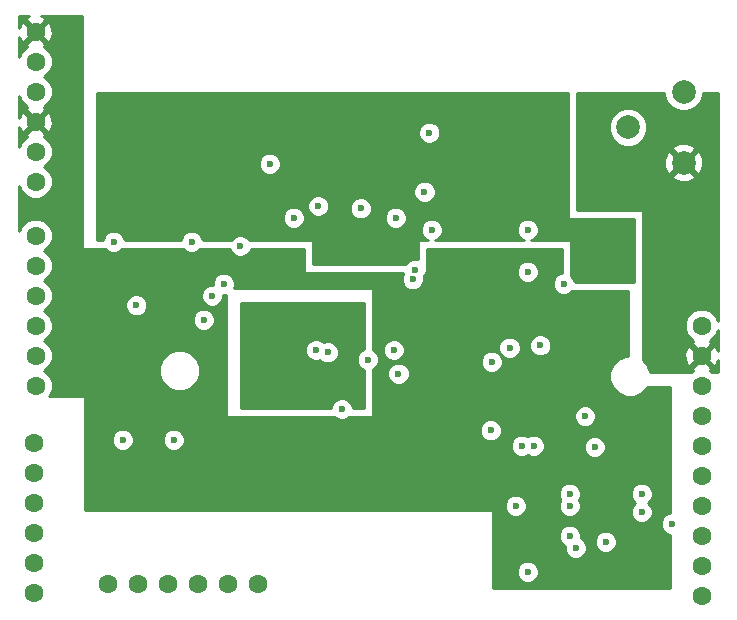
<source format=gbr>
G04 #@! TF.FileFunction,Copper,L2,Inr,Plane*
%FSLAX46Y46*%
G04 Gerber Fmt 4.6, Leading zero omitted, Abs format (unit mm)*
G04 Created by KiCad (PCBNEW 4.0.2-stable) date 1/25/2017 2:02:14 PM*
%MOMM*%
G01*
G04 APERTURE LIST*
%ADD10C,0.100000*%
%ADD11C,1.600000*%
%ADD12C,2.000000*%
%ADD13C,0.600000*%
%ADD14C,0.250000*%
%ADD15C,0.254000*%
G04 APERTURE END LIST*
D10*
D11*
X36068000Y-81788000D03*
X33528000Y-81788000D03*
X30988000Y-81788000D03*
X28448000Y-81788000D03*
X25908000Y-81788000D03*
X23368000Y-81788000D03*
D12*
X72136000Y-46132000D03*
X67436000Y-43132000D03*
X72136000Y-40132000D03*
D11*
X17272000Y-47752000D03*
X17272000Y-45212000D03*
X17272000Y-42672000D03*
X17272000Y-40132000D03*
X17272000Y-37592000D03*
X17272000Y-35052000D03*
X17272000Y-65024000D03*
X17272000Y-62484000D03*
X17272000Y-59944000D03*
X17272000Y-57404000D03*
X17272000Y-54864000D03*
X17272000Y-52324000D03*
X17145000Y-82550000D03*
X17145000Y-80010000D03*
X17145000Y-77470000D03*
X17145000Y-74930000D03*
X17145000Y-72390000D03*
X17145000Y-69850000D03*
X73660000Y-77724000D03*
X73660000Y-80264000D03*
X73660000Y-82804000D03*
X73660000Y-59944000D03*
X73660000Y-62484000D03*
X73660000Y-65024000D03*
X73660000Y-67564000D03*
X73660000Y-70104000D03*
X73660000Y-72644000D03*
X73660000Y-75184000D03*
D13*
X41000000Y-62000000D03*
X55800000Y-68800000D03*
X45400000Y-62800000D03*
X37084000Y-46228000D03*
X55880000Y-62992000D03*
X37200000Y-48400000D03*
X36400000Y-58600000D03*
X36068000Y-66040000D03*
X37400000Y-52000000D03*
X32512000Y-45720000D03*
X54356000Y-41148000D03*
X58420000Y-49784000D03*
X64008000Y-53340000D03*
X47244000Y-45212000D03*
X64400000Y-63200000D03*
X45720000Y-70612000D03*
X25400000Y-64262000D03*
X28448000Y-71374000D03*
X51308000Y-55118000D03*
X27940000Y-75184000D03*
X35052000Y-75184000D03*
X28956000Y-69596000D03*
X24638000Y-69596000D03*
X31496000Y-59436000D03*
X58928000Y-55372000D03*
X41200000Y-49800000D03*
X50200000Y-48600000D03*
X50600000Y-43600000D03*
X47752000Y-50800000D03*
X39116000Y-50800000D03*
X42000000Y-62200000D03*
X48000000Y-64000000D03*
X47600000Y-62000000D03*
X43200000Y-67000000D03*
X32200000Y-57400000D03*
X33200000Y-56388000D03*
X71120000Y-76708000D03*
X68580000Y-75692000D03*
X62484000Y-74168000D03*
X68580000Y-74168000D03*
X62992000Y-78740000D03*
X62484000Y-75184000D03*
X62484000Y-77724000D03*
X61976000Y-56388000D03*
X44800000Y-50000000D03*
X34600000Y-53200000D03*
X25800000Y-58200000D03*
X30480000Y-52832000D03*
X23876000Y-52832000D03*
X60000000Y-61600000D03*
X57400000Y-61800000D03*
X64600000Y-70200000D03*
X49200000Y-56000000D03*
X63800000Y-67600000D03*
X49400000Y-55200000D03*
X58928000Y-51816000D03*
X50800000Y-51816000D03*
X57912000Y-75184000D03*
X58420000Y-70104000D03*
X65532000Y-78232000D03*
X58928000Y-80772000D03*
X59436000Y-70104000D03*
D14*
X36068000Y-58932000D02*
X36400000Y-58600000D01*
X36068000Y-66040000D02*
X36068000Y-58932000D01*
D15*
G36*
X70500716Y-40455795D02*
X70749106Y-41056943D01*
X71208637Y-41517278D01*
X71809352Y-41766716D01*
X72459795Y-41767284D01*
X73060943Y-41518894D01*
X73521278Y-41059363D01*
X73770716Y-40458648D01*
X73770890Y-40259000D01*
X75057000Y-40259000D01*
X75057000Y-59567246D01*
X74877243Y-59132200D01*
X74473923Y-58728176D01*
X73946691Y-58509250D01*
X73375813Y-58508752D01*
X72848200Y-58726757D01*
X72444176Y-59130077D01*
X72225250Y-59657309D01*
X72224752Y-60228187D01*
X72442757Y-60755800D01*
X72846077Y-61159824D01*
X72960768Y-61207448D01*
X72905995Y-61230136D01*
X72831861Y-61476255D01*
X73660000Y-62304395D01*
X74488139Y-61476255D01*
X74414005Y-61230136D01*
X74355746Y-61209195D01*
X74471800Y-61161243D01*
X74875824Y-60757923D01*
X75057000Y-60321603D01*
X75057000Y-62075555D01*
X74913864Y-61729995D01*
X74667745Y-61655861D01*
X73839605Y-62484000D01*
X74667745Y-63312139D01*
X74913864Y-63238005D01*
X75057000Y-62839785D01*
X75057000Y-63881000D01*
X74546620Y-63881000D01*
X74473923Y-63808176D01*
X74359232Y-63760552D01*
X74414005Y-63737864D01*
X74488139Y-63491745D01*
X73660000Y-62663605D01*
X72831861Y-63491745D01*
X72905995Y-63737864D01*
X72964254Y-63758805D01*
X72848200Y-63806757D01*
X72773827Y-63881000D01*
X69335280Y-63881000D01*
X69335301Y-63856401D01*
X69071719Y-63218485D01*
X68707000Y-62853129D01*
X68707000Y-62267223D01*
X72213035Y-62267223D01*
X72240222Y-62837454D01*
X72406136Y-63238005D01*
X72652255Y-63312139D01*
X73480395Y-62484000D01*
X72652255Y-61655861D01*
X72406136Y-61729995D01*
X72213035Y-62267223D01*
X68707000Y-62267223D01*
X68707000Y-50292000D01*
X68696994Y-50242590D01*
X68668553Y-50200965D01*
X68626159Y-50173685D01*
X68580000Y-50165000D01*
X63119000Y-50165000D01*
X63119000Y-47284532D01*
X71163073Y-47284532D01*
X71261736Y-47551387D01*
X71871461Y-47777908D01*
X72521460Y-47753856D01*
X73010264Y-47551387D01*
X73108927Y-47284532D01*
X72136000Y-46311605D01*
X71163073Y-47284532D01*
X63119000Y-47284532D01*
X63119000Y-45867461D01*
X70490092Y-45867461D01*
X70514144Y-46517460D01*
X70716613Y-47006264D01*
X70983468Y-47104927D01*
X71956395Y-46132000D01*
X72315605Y-46132000D01*
X73288532Y-47104927D01*
X73555387Y-47006264D01*
X73781908Y-46396539D01*
X73757856Y-45746540D01*
X73555387Y-45257736D01*
X73288532Y-45159073D01*
X72315605Y-46132000D01*
X71956395Y-46132000D01*
X70983468Y-45159073D01*
X70716613Y-45257736D01*
X70490092Y-45867461D01*
X63119000Y-45867461D01*
X63119000Y-44979468D01*
X71163073Y-44979468D01*
X72136000Y-45952395D01*
X73108927Y-44979468D01*
X73010264Y-44712613D01*
X72400539Y-44486092D01*
X71750540Y-44510144D01*
X71261736Y-44712613D01*
X71163073Y-44979468D01*
X63119000Y-44979468D01*
X63119000Y-43455795D01*
X65800716Y-43455795D01*
X66049106Y-44056943D01*
X66508637Y-44517278D01*
X67109352Y-44766716D01*
X67759795Y-44767284D01*
X68360943Y-44518894D01*
X68821278Y-44059363D01*
X69070716Y-43458648D01*
X69071284Y-42808205D01*
X68822894Y-42207057D01*
X68363363Y-41746722D01*
X67762648Y-41497284D01*
X67112205Y-41496716D01*
X66511057Y-41745106D01*
X66050722Y-42204637D01*
X65801284Y-42805352D01*
X65800716Y-43455795D01*
X63119000Y-43455795D01*
X63119000Y-40259000D01*
X70500888Y-40259000D01*
X70500716Y-40455795D01*
X70500716Y-40455795D01*
G37*
X70500716Y-40455795D02*
X70749106Y-41056943D01*
X71208637Y-41517278D01*
X71809352Y-41766716D01*
X72459795Y-41767284D01*
X73060943Y-41518894D01*
X73521278Y-41059363D01*
X73770716Y-40458648D01*
X73770890Y-40259000D01*
X75057000Y-40259000D01*
X75057000Y-59567246D01*
X74877243Y-59132200D01*
X74473923Y-58728176D01*
X73946691Y-58509250D01*
X73375813Y-58508752D01*
X72848200Y-58726757D01*
X72444176Y-59130077D01*
X72225250Y-59657309D01*
X72224752Y-60228187D01*
X72442757Y-60755800D01*
X72846077Y-61159824D01*
X72960768Y-61207448D01*
X72905995Y-61230136D01*
X72831861Y-61476255D01*
X73660000Y-62304395D01*
X74488139Y-61476255D01*
X74414005Y-61230136D01*
X74355746Y-61209195D01*
X74471800Y-61161243D01*
X74875824Y-60757923D01*
X75057000Y-60321603D01*
X75057000Y-62075555D01*
X74913864Y-61729995D01*
X74667745Y-61655861D01*
X73839605Y-62484000D01*
X74667745Y-63312139D01*
X74913864Y-63238005D01*
X75057000Y-62839785D01*
X75057000Y-63881000D01*
X74546620Y-63881000D01*
X74473923Y-63808176D01*
X74359232Y-63760552D01*
X74414005Y-63737864D01*
X74488139Y-63491745D01*
X73660000Y-62663605D01*
X72831861Y-63491745D01*
X72905995Y-63737864D01*
X72964254Y-63758805D01*
X72848200Y-63806757D01*
X72773827Y-63881000D01*
X69335280Y-63881000D01*
X69335301Y-63856401D01*
X69071719Y-63218485D01*
X68707000Y-62853129D01*
X68707000Y-62267223D01*
X72213035Y-62267223D01*
X72240222Y-62837454D01*
X72406136Y-63238005D01*
X72652255Y-63312139D01*
X73480395Y-62484000D01*
X72652255Y-61655861D01*
X72406136Y-61729995D01*
X72213035Y-62267223D01*
X68707000Y-62267223D01*
X68707000Y-50292000D01*
X68696994Y-50242590D01*
X68668553Y-50200965D01*
X68626159Y-50173685D01*
X68580000Y-50165000D01*
X63119000Y-50165000D01*
X63119000Y-47284532D01*
X71163073Y-47284532D01*
X71261736Y-47551387D01*
X71871461Y-47777908D01*
X72521460Y-47753856D01*
X73010264Y-47551387D01*
X73108927Y-47284532D01*
X72136000Y-46311605D01*
X71163073Y-47284532D01*
X63119000Y-47284532D01*
X63119000Y-45867461D01*
X70490092Y-45867461D01*
X70514144Y-46517460D01*
X70716613Y-47006264D01*
X70983468Y-47104927D01*
X71956395Y-46132000D01*
X72315605Y-46132000D01*
X73288532Y-47104927D01*
X73555387Y-47006264D01*
X73781908Y-46396539D01*
X73757856Y-45746540D01*
X73555387Y-45257736D01*
X73288532Y-45159073D01*
X72315605Y-46132000D01*
X71956395Y-46132000D01*
X70983468Y-45159073D01*
X70716613Y-45257736D01*
X70490092Y-45867461D01*
X63119000Y-45867461D01*
X63119000Y-44979468D01*
X71163073Y-44979468D01*
X72136000Y-45952395D01*
X73108927Y-44979468D01*
X73010264Y-44712613D01*
X72400539Y-44486092D01*
X71750540Y-44510144D01*
X71261736Y-44712613D01*
X71163073Y-44979468D01*
X63119000Y-44979468D01*
X63119000Y-43455795D01*
X65800716Y-43455795D01*
X66049106Y-44056943D01*
X66508637Y-44517278D01*
X67109352Y-44766716D01*
X67759795Y-44767284D01*
X68360943Y-44518894D01*
X68821278Y-44059363D01*
X69070716Y-43458648D01*
X69071284Y-42808205D01*
X68822894Y-42207057D01*
X68363363Y-41746722D01*
X67762648Y-41497284D01*
X67112205Y-41496716D01*
X66511057Y-41745106D01*
X66050722Y-42204637D01*
X65801284Y-42805352D01*
X65800716Y-43455795D01*
X63119000Y-43455795D01*
X63119000Y-40259000D01*
X70500888Y-40259000D01*
X70500716Y-40455795D01*
G36*
X62357000Y-50800000D02*
X62367006Y-50849410D01*
X62395447Y-50891035D01*
X62437841Y-50918315D01*
X62484000Y-50927000D01*
X67945000Y-50927000D01*
X67945000Y-56261000D01*
X62911111Y-56261000D01*
X62911162Y-56202833D01*
X62769117Y-55859057D01*
X62611000Y-55700664D01*
X62611000Y-52832000D01*
X62600994Y-52782590D01*
X62572553Y-52740965D01*
X62530159Y-52713685D01*
X62484000Y-52705000D01*
X59224888Y-52705000D01*
X59456943Y-52609117D01*
X59720192Y-52346327D01*
X59862838Y-52002799D01*
X59863162Y-51630833D01*
X59721117Y-51287057D01*
X59458327Y-51023808D01*
X59114799Y-50881162D01*
X58742833Y-50880838D01*
X58399057Y-51022883D01*
X58135808Y-51285673D01*
X57993162Y-51629201D01*
X57992838Y-52001167D01*
X58134883Y-52344943D01*
X58397673Y-52608192D01*
X58630811Y-52705000D01*
X51096888Y-52705000D01*
X51328943Y-52609117D01*
X51592192Y-52346327D01*
X51734838Y-52002799D01*
X51735162Y-51630833D01*
X51593117Y-51287057D01*
X51330327Y-51023808D01*
X50986799Y-50881162D01*
X50614833Y-50880838D01*
X50271057Y-51022883D01*
X50007808Y-51285673D01*
X49865162Y-51629201D01*
X49864838Y-52001167D01*
X50006883Y-52344943D01*
X50269673Y-52608192D01*
X50502811Y-52705000D01*
X49784000Y-52705000D01*
X49734590Y-52715006D01*
X49692965Y-52743447D01*
X49665685Y-52785841D01*
X49657000Y-52832000D01*
X49657000Y-54294312D01*
X49586799Y-54265162D01*
X49214833Y-54264838D01*
X48871057Y-54406883D01*
X48607808Y-54669673D01*
X48579851Y-54737000D01*
X40767000Y-54737000D01*
X40767000Y-52832000D01*
X40756994Y-52782590D01*
X40728553Y-52740965D01*
X40686159Y-52713685D01*
X40640000Y-52705000D01*
X35407142Y-52705000D01*
X35393117Y-52671057D01*
X35130327Y-52407808D01*
X34786799Y-52265162D01*
X34414833Y-52264838D01*
X34071057Y-52406883D01*
X33807808Y-52669673D01*
X33793139Y-52705000D01*
X31415111Y-52705000D01*
X31415162Y-52646833D01*
X31273117Y-52303057D01*
X31010327Y-52039808D01*
X30666799Y-51897162D01*
X30294833Y-51896838D01*
X29951057Y-52038883D01*
X29687808Y-52301673D01*
X29545162Y-52645201D01*
X29545110Y-52705000D01*
X24811111Y-52705000D01*
X24811162Y-52646833D01*
X24669117Y-52303057D01*
X24406327Y-52039808D01*
X24062799Y-51897162D01*
X23690833Y-51896838D01*
X23347057Y-52038883D01*
X23083808Y-52301673D01*
X22941162Y-52645201D01*
X22941110Y-52705000D01*
X22479000Y-52705000D01*
X22479000Y-50985167D01*
X38180838Y-50985167D01*
X38322883Y-51328943D01*
X38585673Y-51592192D01*
X38929201Y-51734838D01*
X39301167Y-51735162D01*
X39644943Y-51593117D01*
X39908192Y-51330327D01*
X40050838Y-50986799D01*
X40050839Y-50985167D01*
X46816838Y-50985167D01*
X46958883Y-51328943D01*
X47221673Y-51592192D01*
X47565201Y-51734838D01*
X47937167Y-51735162D01*
X48280943Y-51593117D01*
X48544192Y-51330327D01*
X48686838Y-50986799D01*
X48687162Y-50614833D01*
X48545117Y-50271057D01*
X48282327Y-50007808D01*
X47938799Y-49865162D01*
X47566833Y-49864838D01*
X47223057Y-50006883D01*
X46959808Y-50269673D01*
X46817162Y-50613201D01*
X46816838Y-50985167D01*
X40050839Y-50985167D01*
X40051162Y-50614833D01*
X39909117Y-50271057D01*
X39646327Y-50007808D01*
X39591802Y-49985167D01*
X40264838Y-49985167D01*
X40406883Y-50328943D01*
X40669673Y-50592192D01*
X41013201Y-50734838D01*
X41385167Y-50735162D01*
X41728943Y-50593117D01*
X41992192Y-50330327D01*
X42052467Y-50185167D01*
X43864838Y-50185167D01*
X44006883Y-50528943D01*
X44269673Y-50792192D01*
X44613201Y-50934838D01*
X44985167Y-50935162D01*
X45328943Y-50793117D01*
X45592192Y-50530327D01*
X45734838Y-50186799D01*
X45735162Y-49814833D01*
X45593117Y-49471057D01*
X45330327Y-49207808D01*
X44986799Y-49065162D01*
X44614833Y-49064838D01*
X44271057Y-49206883D01*
X44007808Y-49469673D01*
X43865162Y-49813201D01*
X43864838Y-50185167D01*
X42052467Y-50185167D01*
X42134838Y-49986799D01*
X42135162Y-49614833D01*
X41993117Y-49271057D01*
X41730327Y-49007808D01*
X41386799Y-48865162D01*
X41014833Y-48864838D01*
X40671057Y-49006883D01*
X40407808Y-49269673D01*
X40265162Y-49613201D01*
X40264838Y-49985167D01*
X39591802Y-49985167D01*
X39302799Y-49865162D01*
X38930833Y-49864838D01*
X38587057Y-50006883D01*
X38323808Y-50269673D01*
X38181162Y-50613201D01*
X38180838Y-50985167D01*
X22479000Y-50985167D01*
X22479000Y-48785167D01*
X49264838Y-48785167D01*
X49406883Y-49128943D01*
X49669673Y-49392192D01*
X50013201Y-49534838D01*
X50385167Y-49535162D01*
X50728943Y-49393117D01*
X50992192Y-49130327D01*
X51134838Y-48786799D01*
X51135162Y-48414833D01*
X50993117Y-48071057D01*
X50730327Y-47807808D01*
X50386799Y-47665162D01*
X50014833Y-47664838D01*
X49671057Y-47806883D01*
X49407808Y-48069673D01*
X49265162Y-48413201D01*
X49264838Y-48785167D01*
X22479000Y-48785167D01*
X22479000Y-46413167D01*
X36148838Y-46413167D01*
X36290883Y-46756943D01*
X36553673Y-47020192D01*
X36897201Y-47162838D01*
X37269167Y-47163162D01*
X37612943Y-47021117D01*
X37876192Y-46758327D01*
X38018838Y-46414799D01*
X38019162Y-46042833D01*
X37877117Y-45699057D01*
X37614327Y-45435808D01*
X37270799Y-45293162D01*
X36898833Y-45292838D01*
X36555057Y-45434883D01*
X36291808Y-45697673D01*
X36149162Y-46041201D01*
X36148838Y-46413167D01*
X22479000Y-46413167D01*
X22479000Y-43785167D01*
X49664838Y-43785167D01*
X49806883Y-44128943D01*
X50069673Y-44392192D01*
X50413201Y-44534838D01*
X50785167Y-44535162D01*
X51128943Y-44393117D01*
X51392192Y-44130327D01*
X51534838Y-43786799D01*
X51535162Y-43414833D01*
X51393117Y-43071057D01*
X51130327Y-42807808D01*
X50786799Y-42665162D01*
X50414833Y-42664838D01*
X50071057Y-42806883D01*
X49807808Y-43069673D01*
X49665162Y-43413201D01*
X49664838Y-43785167D01*
X22479000Y-43785167D01*
X22479000Y-40259000D01*
X62357000Y-40259000D01*
X62357000Y-50800000D01*
X62357000Y-50800000D01*
G37*
X62357000Y-50800000D02*
X62367006Y-50849410D01*
X62395447Y-50891035D01*
X62437841Y-50918315D01*
X62484000Y-50927000D01*
X67945000Y-50927000D01*
X67945000Y-56261000D01*
X62911111Y-56261000D01*
X62911162Y-56202833D01*
X62769117Y-55859057D01*
X62611000Y-55700664D01*
X62611000Y-52832000D01*
X62600994Y-52782590D01*
X62572553Y-52740965D01*
X62530159Y-52713685D01*
X62484000Y-52705000D01*
X59224888Y-52705000D01*
X59456943Y-52609117D01*
X59720192Y-52346327D01*
X59862838Y-52002799D01*
X59863162Y-51630833D01*
X59721117Y-51287057D01*
X59458327Y-51023808D01*
X59114799Y-50881162D01*
X58742833Y-50880838D01*
X58399057Y-51022883D01*
X58135808Y-51285673D01*
X57993162Y-51629201D01*
X57992838Y-52001167D01*
X58134883Y-52344943D01*
X58397673Y-52608192D01*
X58630811Y-52705000D01*
X51096888Y-52705000D01*
X51328943Y-52609117D01*
X51592192Y-52346327D01*
X51734838Y-52002799D01*
X51735162Y-51630833D01*
X51593117Y-51287057D01*
X51330327Y-51023808D01*
X50986799Y-50881162D01*
X50614833Y-50880838D01*
X50271057Y-51022883D01*
X50007808Y-51285673D01*
X49865162Y-51629201D01*
X49864838Y-52001167D01*
X50006883Y-52344943D01*
X50269673Y-52608192D01*
X50502811Y-52705000D01*
X49784000Y-52705000D01*
X49734590Y-52715006D01*
X49692965Y-52743447D01*
X49665685Y-52785841D01*
X49657000Y-52832000D01*
X49657000Y-54294312D01*
X49586799Y-54265162D01*
X49214833Y-54264838D01*
X48871057Y-54406883D01*
X48607808Y-54669673D01*
X48579851Y-54737000D01*
X40767000Y-54737000D01*
X40767000Y-52832000D01*
X40756994Y-52782590D01*
X40728553Y-52740965D01*
X40686159Y-52713685D01*
X40640000Y-52705000D01*
X35407142Y-52705000D01*
X35393117Y-52671057D01*
X35130327Y-52407808D01*
X34786799Y-52265162D01*
X34414833Y-52264838D01*
X34071057Y-52406883D01*
X33807808Y-52669673D01*
X33793139Y-52705000D01*
X31415111Y-52705000D01*
X31415162Y-52646833D01*
X31273117Y-52303057D01*
X31010327Y-52039808D01*
X30666799Y-51897162D01*
X30294833Y-51896838D01*
X29951057Y-52038883D01*
X29687808Y-52301673D01*
X29545162Y-52645201D01*
X29545110Y-52705000D01*
X24811111Y-52705000D01*
X24811162Y-52646833D01*
X24669117Y-52303057D01*
X24406327Y-52039808D01*
X24062799Y-51897162D01*
X23690833Y-51896838D01*
X23347057Y-52038883D01*
X23083808Y-52301673D01*
X22941162Y-52645201D01*
X22941110Y-52705000D01*
X22479000Y-52705000D01*
X22479000Y-50985167D01*
X38180838Y-50985167D01*
X38322883Y-51328943D01*
X38585673Y-51592192D01*
X38929201Y-51734838D01*
X39301167Y-51735162D01*
X39644943Y-51593117D01*
X39908192Y-51330327D01*
X40050838Y-50986799D01*
X40050839Y-50985167D01*
X46816838Y-50985167D01*
X46958883Y-51328943D01*
X47221673Y-51592192D01*
X47565201Y-51734838D01*
X47937167Y-51735162D01*
X48280943Y-51593117D01*
X48544192Y-51330327D01*
X48686838Y-50986799D01*
X48687162Y-50614833D01*
X48545117Y-50271057D01*
X48282327Y-50007808D01*
X47938799Y-49865162D01*
X47566833Y-49864838D01*
X47223057Y-50006883D01*
X46959808Y-50269673D01*
X46817162Y-50613201D01*
X46816838Y-50985167D01*
X40050839Y-50985167D01*
X40051162Y-50614833D01*
X39909117Y-50271057D01*
X39646327Y-50007808D01*
X39591802Y-49985167D01*
X40264838Y-49985167D01*
X40406883Y-50328943D01*
X40669673Y-50592192D01*
X41013201Y-50734838D01*
X41385167Y-50735162D01*
X41728943Y-50593117D01*
X41992192Y-50330327D01*
X42052467Y-50185167D01*
X43864838Y-50185167D01*
X44006883Y-50528943D01*
X44269673Y-50792192D01*
X44613201Y-50934838D01*
X44985167Y-50935162D01*
X45328943Y-50793117D01*
X45592192Y-50530327D01*
X45734838Y-50186799D01*
X45735162Y-49814833D01*
X45593117Y-49471057D01*
X45330327Y-49207808D01*
X44986799Y-49065162D01*
X44614833Y-49064838D01*
X44271057Y-49206883D01*
X44007808Y-49469673D01*
X43865162Y-49813201D01*
X43864838Y-50185167D01*
X42052467Y-50185167D01*
X42134838Y-49986799D01*
X42135162Y-49614833D01*
X41993117Y-49271057D01*
X41730327Y-49007808D01*
X41386799Y-48865162D01*
X41014833Y-48864838D01*
X40671057Y-49006883D01*
X40407808Y-49269673D01*
X40265162Y-49613201D01*
X40264838Y-49985167D01*
X39591802Y-49985167D01*
X39302799Y-49865162D01*
X38930833Y-49864838D01*
X38587057Y-50006883D01*
X38323808Y-50269673D01*
X38181162Y-50613201D01*
X38180838Y-50985167D01*
X22479000Y-50985167D01*
X22479000Y-48785167D01*
X49264838Y-48785167D01*
X49406883Y-49128943D01*
X49669673Y-49392192D01*
X50013201Y-49534838D01*
X50385167Y-49535162D01*
X50728943Y-49393117D01*
X50992192Y-49130327D01*
X51134838Y-48786799D01*
X51135162Y-48414833D01*
X50993117Y-48071057D01*
X50730327Y-47807808D01*
X50386799Y-47665162D01*
X50014833Y-47664838D01*
X49671057Y-47806883D01*
X49407808Y-48069673D01*
X49265162Y-48413201D01*
X49264838Y-48785167D01*
X22479000Y-48785167D01*
X22479000Y-46413167D01*
X36148838Y-46413167D01*
X36290883Y-46756943D01*
X36553673Y-47020192D01*
X36897201Y-47162838D01*
X37269167Y-47163162D01*
X37612943Y-47021117D01*
X37876192Y-46758327D01*
X38018838Y-46414799D01*
X38019162Y-46042833D01*
X37877117Y-45699057D01*
X37614327Y-45435808D01*
X37270799Y-45293162D01*
X36898833Y-45292838D01*
X36555057Y-45434883D01*
X36291808Y-45697673D01*
X36149162Y-46041201D01*
X36148838Y-46413167D01*
X22479000Y-46413167D01*
X22479000Y-43785167D01*
X49664838Y-43785167D01*
X49806883Y-44128943D01*
X50069673Y-44392192D01*
X50413201Y-44534838D01*
X50785167Y-44535162D01*
X51128943Y-44393117D01*
X51392192Y-44130327D01*
X51534838Y-43786799D01*
X51535162Y-43414833D01*
X51393117Y-43071057D01*
X51130327Y-42807808D01*
X50786799Y-42665162D01*
X50414833Y-42664838D01*
X50071057Y-42806883D01*
X49807808Y-43069673D01*
X49665162Y-43413201D01*
X49664838Y-43785167D01*
X22479000Y-43785167D01*
X22479000Y-40259000D01*
X62357000Y-40259000D01*
X62357000Y-50800000D01*
G36*
X45085000Y-61918484D02*
X44871057Y-62006883D01*
X44607808Y-62269673D01*
X44465162Y-62613201D01*
X44464838Y-62985167D01*
X44606883Y-63328943D01*
X44869673Y-63592192D01*
X45085000Y-63681604D01*
X45085000Y-66929000D01*
X44135063Y-66929000D01*
X44135162Y-66814833D01*
X43993117Y-66471057D01*
X43730327Y-66207808D01*
X43386799Y-66065162D01*
X43014833Y-66064838D01*
X42671057Y-66206883D01*
X42407808Y-66469673D01*
X42265162Y-66813201D01*
X42265061Y-66929000D01*
X34671000Y-66929000D01*
X34671000Y-62185167D01*
X40064838Y-62185167D01*
X40206883Y-62528943D01*
X40469673Y-62792192D01*
X40813201Y-62934838D01*
X41185167Y-62935162D01*
X41346286Y-62868589D01*
X41469673Y-62992192D01*
X41813201Y-63134838D01*
X42185167Y-63135162D01*
X42528943Y-62993117D01*
X42792192Y-62730327D01*
X42934838Y-62386799D01*
X42935162Y-62014833D01*
X42793117Y-61671057D01*
X42530327Y-61407808D01*
X42186799Y-61265162D01*
X41814833Y-61264838D01*
X41653714Y-61331411D01*
X41530327Y-61207808D01*
X41186799Y-61065162D01*
X40814833Y-61064838D01*
X40471057Y-61206883D01*
X40207808Y-61469673D01*
X40065162Y-61813201D01*
X40064838Y-62185167D01*
X34671000Y-62185167D01*
X34671000Y-58039000D01*
X45085000Y-58039000D01*
X45085000Y-61918484D01*
X45085000Y-61918484D01*
G37*
X45085000Y-61918484D02*
X44871057Y-62006883D01*
X44607808Y-62269673D01*
X44465162Y-62613201D01*
X44464838Y-62985167D01*
X44606883Y-63328943D01*
X44869673Y-63592192D01*
X45085000Y-63681604D01*
X45085000Y-66929000D01*
X44135063Y-66929000D01*
X44135162Y-66814833D01*
X43993117Y-66471057D01*
X43730327Y-66207808D01*
X43386799Y-66065162D01*
X43014833Y-66064838D01*
X42671057Y-66206883D01*
X42407808Y-66469673D01*
X42265162Y-66813201D01*
X42265061Y-66929000D01*
X34671000Y-66929000D01*
X34671000Y-62185167D01*
X40064838Y-62185167D01*
X40206883Y-62528943D01*
X40469673Y-62792192D01*
X40813201Y-62934838D01*
X41185167Y-62935162D01*
X41346286Y-62868589D01*
X41469673Y-62992192D01*
X41813201Y-63134838D01*
X42185167Y-63135162D01*
X42528943Y-62993117D01*
X42792192Y-62730327D01*
X42934838Y-62386799D01*
X42935162Y-62014833D01*
X42793117Y-61671057D01*
X42530327Y-61407808D01*
X42186799Y-61265162D01*
X41814833Y-61264838D01*
X41653714Y-61331411D01*
X41530327Y-61207808D01*
X41186799Y-61065162D01*
X40814833Y-61064838D01*
X40471057Y-61206883D01*
X40207808Y-61469673D01*
X40065162Y-61813201D01*
X40064838Y-62185167D01*
X34671000Y-62185167D01*
X34671000Y-58039000D01*
X45085000Y-58039000D01*
X45085000Y-61918484D01*
G36*
X16517995Y-33798136D02*
X16443861Y-34044255D01*
X17272000Y-34872395D01*
X18100139Y-34044255D01*
X18026005Y-33798136D01*
X17766891Y-33705000D01*
X21209000Y-33705000D01*
X21209000Y-53340000D01*
X21219006Y-53389410D01*
X21247447Y-53431035D01*
X21289841Y-53458315D01*
X21336000Y-53467000D01*
X23188755Y-53467000D01*
X23345673Y-53624192D01*
X23689201Y-53766838D01*
X24061167Y-53767162D01*
X24404943Y-53625117D01*
X24563336Y-53467000D01*
X29792755Y-53467000D01*
X29949673Y-53624192D01*
X30293201Y-53766838D01*
X30665167Y-53767162D01*
X31008943Y-53625117D01*
X31167336Y-53467000D01*
X33698651Y-53467000D01*
X33806883Y-53728943D01*
X34069673Y-53992192D01*
X34413201Y-54134838D01*
X34785167Y-54135162D01*
X35128943Y-53993117D01*
X35392192Y-53730327D01*
X35501535Y-53467000D01*
X40005000Y-53467000D01*
X40005000Y-55372000D01*
X40015006Y-55421410D01*
X40043447Y-55463035D01*
X40085841Y-55490315D01*
X40132000Y-55499000D01*
X48395630Y-55499000D01*
X48265162Y-55813201D01*
X48264838Y-56185167D01*
X48406883Y-56528943D01*
X48669673Y-56792192D01*
X49013201Y-56934838D01*
X49385167Y-56935162D01*
X49728943Y-56793117D01*
X49992192Y-56530327D01*
X50134838Y-56186799D01*
X50135162Y-55814833D01*
X50127095Y-55795310D01*
X50192192Y-55730327D01*
X50264094Y-55557167D01*
X57992838Y-55557167D01*
X58134883Y-55900943D01*
X58397673Y-56164192D01*
X58741201Y-56306838D01*
X59113167Y-56307162D01*
X59456943Y-56165117D01*
X59720192Y-55902327D01*
X59862838Y-55558799D01*
X59863162Y-55186833D01*
X59721117Y-54843057D01*
X59458327Y-54579808D01*
X59114799Y-54437162D01*
X58742833Y-54436838D01*
X58399057Y-54578883D01*
X58135808Y-54841673D01*
X57993162Y-55185201D01*
X57992838Y-55557167D01*
X50264094Y-55557167D01*
X50288248Y-55499000D01*
X50292000Y-55499000D01*
X50341410Y-55488994D01*
X50383035Y-55460553D01*
X50410315Y-55418159D01*
X50419000Y-55372000D01*
X50419000Y-53467000D01*
X61849000Y-53467000D01*
X61849000Y-55452889D01*
X61790833Y-55452838D01*
X61447057Y-55594883D01*
X61183808Y-55857673D01*
X61041162Y-56201201D01*
X61040838Y-56573167D01*
X61182883Y-56916943D01*
X61445673Y-57180192D01*
X61789201Y-57322838D01*
X62161167Y-57323162D01*
X62504943Y-57181117D01*
X62663336Y-57023000D01*
X67437000Y-57023000D01*
X67437000Y-62464857D01*
X67256401Y-62464699D01*
X66618485Y-62728281D01*
X66129996Y-63215918D01*
X65865301Y-63853373D01*
X65864699Y-64543599D01*
X66128281Y-65181515D01*
X66615918Y-65670004D01*
X67253373Y-65934699D01*
X67943599Y-65935301D01*
X68581515Y-65671719D01*
X69070004Y-65184082D01*
X69083741Y-65151000D01*
X70993000Y-65151000D01*
X70993000Y-75772889D01*
X70934833Y-75772838D01*
X70591057Y-75914883D01*
X70327808Y-76177673D01*
X70185162Y-76521201D01*
X70184838Y-76893167D01*
X70326883Y-77236943D01*
X70589673Y-77500192D01*
X70933201Y-77642838D01*
X70993000Y-77642890D01*
X70993000Y-82169000D01*
X56007000Y-82169000D01*
X56007000Y-80957167D01*
X57992838Y-80957167D01*
X58134883Y-81300943D01*
X58397673Y-81564192D01*
X58741201Y-81706838D01*
X59113167Y-81707162D01*
X59456943Y-81565117D01*
X59720192Y-81302327D01*
X59862838Y-80958799D01*
X59863162Y-80586833D01*
X59721117Y-80243057D01*
X59458327Y-79979808D01*
X59114799Y-79837162D01*
X58742833Y-79836838D01*
X58399057Y-79978883D01*
X58135808Y-80241673D01*
X57993162Y-80585201D01*
X57992838Y-80957167D01*
X56007000Y-80957167D01*
X56007000Y-77909167D01*
X61548838Y-77909167D01*
X61690883Y-78252943D01*
X61953673Y-78516192D01*
X62057157Y-78559162D01*
X62056838Y-78925167D01*
X62198883Y-79268943D01*
X62461673Y-79532192D01*
X62805201Y-79674838D01*
X63177167Y-79675162D01*
X63520943Y-79533117D01*
X63784192Y-79270327D01*
X63926838Y-78926799D01*
X63927162Y-78554833D01*
X63870280Y-78417167D01*
X64596838Y-78417167D01*
X64738883Y-78760943D01*
X65001673Y-79024192D01*
X65345201Y-79166838D01*
X65717167Y-79167162D01*
X66060943Y-79025117D01*
X66324192Y-78762327D01*
X66466838Y-78418799D01*
X66467162Y-78046833D01*
X66325117Y-77703057D01*
X66062327Y-77439808D01*
X65718799Y-77297162D01*
X65346833Y-77296838D01*
X65003057Y-77438883D01*
X64739808Y-77701673D01*
X64597162Y-78045201D01*
X64596838Y-78417167D01*
X63870280Y-78417167D01*
X63785117Y-78211057D01*
X63522327Y-77947808D01*
X63418843Y-77904838D01*
X63419162Y-77538833D01*
X63277117Y-77195057D01*
X63014327Y-76931808D01*
X62670799Y-76789162D01*
X62298833Y-76788838D01*
X61955057Y-76930883D01*
X61691808Y-77193673D01*
X61549162Y-77537201D01*
X61548838Y-77909167D01*
X56007000Y-77909167D01*
X56007000Y-75692000D01*
X55996994Y-75642590D01*
X55968553Y-75600965D01*
X55926159Y-75573685D01*
X55880000Y-75565000D01*
X21463000Y-75565000D01*
X21463000Y-75369167D01*
X56976838Y-75369167D01*
X57118883Y-75712943D01*
X57381673Y-75976192D01*
X57725201Y-76118838D01*
X58097167Y-76119162D01*
X58440943Y-75977117D01*
X58704192Y-75714327D01*
X58846838Y-75370799D01*
X58847162Y-74998833D01*
X58705117Y-74655057D01*
X58442327Y-74391808D01*
X58349270Y-74353167D01*
X61548838Y-74353167D01*
X61682383Y-74676371D01*
X61549162Y-74997201D01*
X61548838Y-75369167D01*
X61690883Y-75712943D01*
X61953673Y-75976192D01*
X62297201Y-76118838D01*
X62669167Y-76119162D01*
X63012943Y-75977117D01*
X63276192Y-75714327D01*
X63418838Y-75370799D01*
X63419162Y-74998833D01*
X63285617Y-74675629D01*
X63418838Y-74354799D01*
X63418839Y-74353167D01*
X67644838Y-74353167D01*
X67786883Y-74696943D01*
X68019709Y-74930176D01*
X67787808Y-75161673D01*
X67645162Y-75505201D01*
X67644838Y-75877167D01*
X67786883Y-76220943D01*
X68049673Y-76484192D01*
X68393201Y-76626838D01*
X68765167Y-76627162D01*
X69108943Y-76485117D01*
X69372192Y-76222327D01*
X69514838Y-75878799D01*
X69515162Y-75506833D01*
X69373117Y-75163057D01*
X69140291Y-74929824D01*
X69372192Y-74698327D01*
X69514838Y-74354799D01*
X69515162Y-73982833D01*
X69373117Y-73639057D01*
X69110327Y-73375808D01*
X68766799Y-73233162D01*
X68394833Y-73232838D01*
X68051057Y-73374883D01*
X67787808Y-73637673D01*
X67645162Y-73981201D01*
X67644838Y-74353167D01*
X63418839Y-74353167D01*
X63419162Y-73982833D01*
X63277117Y-73639057D01*
X63014327Y-73375808D01*
X62670799Y-73233162D01*
X62298833Y-73232838D01*
X61955057Y-73374883D01*
X61691808Y-73637673D01*
X61549162Y-73981201D01*
X61548838Y-74353167D01*
X58349270Y-74353167D01*
X58098799Y-74249162D01*
X57726833Y-74248838D01*
X57383057Y-74390883D01*
X57119808Y-74653673D01*
X56977162Y-74997201D01*
X56976838Y-75369167D01*
X21463000Y-75369167D01*
X21463000Y-69781167D01*
X23702838Y-69781167D01*
X23844883Y-70124943D01*
X24107673Y-70388192D01*
X24451201Y-70530838D01*
X24823167Y-70531162D01*
X25166943Y-70389117D01*
X25430192Y-70126327D01*
X25572838Y-69782799D01*
X25572839Y-69781167D01*
X28020838Y-69781167D01*
X28162883Y-70124943D01*
X28425673Y-70388192D01*
X28769201Y-70530838D01*
X29141167Y-70531162D01*
X29484943Y-70389117D01*
X29585067Y-70289167D01*
X57484838Y-70289167D01*
X57626883Y-70632943D01*
X57889673Y-70896192D01*
X58233201Y-71038838D01*
X58605167Y-71039162D01*
X58928371Y-70905617D01*
X59249201Y-71038838D01*
X59621167Y-71039162D01*
X59964943Y-70897117D01*
X60228192Y-70634327D01*
X60331652Y-70385167D01*
X63664838Y-70385167D01*
X63806883Y-70728943D01*
X64069673Y-70992192D01*
X64413201Y-71134838D01*
X64785167Y-71135162D01*
X65128943Y-70993117D01*
X65392192Y-70730327D01*
X65534838Y-70386799D01*
X65535162Y-70014833D01*
X65393117Y-69671057D01*
X65130327Y-69407808D01*
X64786799Y-69265162D01*
X64414833Y-69264838D01*
X64071057Y-69406883D01*
X63807808Y-69669673D01*
X63665162Y-70013201D01*
X63664838Y-70385167D01*
X60331652Y-70385167D01*
X60370838Y-70290799D01*
X60371162Y-69918833D01*
X60229117Y-69575057D01*
X59966327Y-69311808D01*
X59622799Y-69169162D01*
X59250833Y-69168838D01*
X58927629Y-69302383D01*
X58606799Y-69169162D01*
X58234833Y-69168838D01*
X57891057Y-69310883D01*
X57627808Y-69573673D01*
X57485162Y-69917201D01*
X57484838Y-70289167D01*
X29585067Y-70289167D01*
X29748192Y-70126327D01*
X29890838Y-69782799D01*
X29891162Y-69410833D01*
X29749117Y-69067057D01*
X29667370Y-68985167D01*
X54864838Y-68985167D01*
X55006883Y-69328943D01*
X55269673Y-69592192D01*
X55613201Y-69734838D01*
X55985167Y-69735162D01*
X56328943Y-69593117D01*
X56592192Y-69330327D01*
X56734838Y-68986799D01*
X56735162Y-68614833D01*
X56593117Y-68271057D01*
X56330327Y-68007808D01*
X55986799Y-67865162D01*
X55614833Y-67864838D01*
X55271057Y-68006883D01*
X55007808Y-68269673D01*
X54865162Y-68613201D01*
X54864838Y-68985167D01*
X29667370Y-68985167D01*
X29486327Y-68803808D01*
X29142799Y-68661162D01*
X28770833Y-68660838D01*
X28427057Y-68802883D01*
X28163808Y-69065673D01*
X28021162Y-69409201D01*
X28020838Y-69781167D01*
X25572839Y-69781167D01*
X25573162Y-69410833D01*
X25431117Y-69067057D01*
X25168327Y-68803808D01*
X24824799Y-68661162D01*
X24452833Y-68660838D01*
X24109057Y-68802883D01*
X23845808Y-69065673D01*
X23703162Y-69409201D01*
X23702838Y-69781167D01*
X21463000Y-69781167D01*
X21463000Y-66040000D01*
X21452994Y-65990590D01*
X21424553Y-65948965D01*
X21382159Y-65921685D01*
X21336000Y-65913000D01*
X18412616Y-65913000D01*
X18487824Y-65837923D01*
X18706750Y-65310691D01*
X18707248Y-64739813D01*
X18489243Y-64212200D01*
X18374842Y-64097599D01*
X27728699Y-64097599D01*
X27992281Y-64735515D01*
X28479918Y-65224004D01*
X29117373Y-65488699D01*
X29807599Y-65489301D01*
X30445515Y-65225719D01*
X30934004Y-64738082D01*
X31198699Y-64100627D01*
X31199301Y-63410401D01*
X30935719Y-62772485D01*
X30448082Y-62283996D01*
X29810627Y-62019301D01*
X29120401Y-62018699D01*
X28482485Y-62282281D01*
X27993996Y-62769918D01*
X27729301Y-63407373D01*
X27728699Y-64097599D01*
X18374842Y-64097599D01*
X18085923Y-63808176D01*
X17955785Y-63754138D01*
X18083800Y-63701243D01*
X18487824Y-63297923D01*
X18706750Y-62770691D01*
X18707248Y-62199813D01*
X18489243Y-61672200D01*
X18085923Y-61268176D01*
X17955785Y-61214138D01*
X18083800Y-61161243D01*
X18487824Y-60757923D01*
X18706750Y-60230691D01*
X18707248Y-59659813D01*
X18691280Y-59621167D01*
X30560838Y-59621167D01*
X30702883Y-59964943D01*
X30965673Y-60228192D01*
X31309201Y-60370838D01*
X31681167Y-60371162D01*
X32024943Y-60229117D01*
X32288192Y-59966327D01*
X32430838Y-59622799D01*
X32431162Y-59250833D01*
X32289117Y-58907057D01*
X32026327Y-58643808D01*
X31682799Y-58501162D01*
X31310833Y-58500838D01*
X30967057Y-58642883D01*
X30703808Y-58905673D01*
X30561162Y-59249201D01*
X30560838Y-59621167D01*
X18691280Y-59621167D01*
X18489243Y-59132200D01*
X18085923Y-58728176D01*
X17955785Y-58674138D01*
X18083800Y-58621243D01*
X18320288Y-58385167D01*
X24864838Y-58385167D01*
X25006883Y-58728943D01*
X25269673Y-58992192D01*
X25613201Y-59134838D01*
X25985167Y-59135162D01*
X26328943Y-58993117D01*
X26592192Y-58730327D01*
X26734838Y-58386799D01*
X26735162Y-58014833D01*
X26593117Y-57671057D01*
X26507377Y-57585167D01*
X31264838Y-57585167D01*
X31406883Y-57928943D01*
X31669673Y-58192192D01*
X32013201Y-58334838D01*
X32385167Y-58335162D01*
X32728943Y-58193117D01*
X32992192Y-57930327D01*
X33134838Y-57586799D01*
X33135068Y-57322944D01*
X33385167Y-57323162D01*
X33401000Y-57316620D01*
X33401000Y-67564000D01*
X33411006Y-67613410D01*
X33439447Y-67655035D01*
X33481841Y-67682315D01*
X33528000Y-67691000D01*
X42568657Y-67691000D01*
X42669673Y-67792192D01*
X43013201Y-67934838D01*
X43385167Y-67935162D01*
X43728943Y-67793117D01*
X43736906Y-67785167D01*
X62864838Y-67785167D01*
X63006883Y-68128943D01*
X63269673Y-68392192D01*
X63613201Y-68534838D01*
X63985167Y-68535162D01*
X64328943Y-68393117D01*
X64592192Y-68130327D01*
X64734838Y-67786799D01*
X64735162Y-67414833D01*
X64593117Y-67071057D01*
X64330327Y-66807808D01*
X63986799Y-66665162D01*
X63614833Y-66664838D01*
X63271057Y-66806883D01*
X63007808Y-67069673D01*
X62865162Y-67413201D01*
X62864838Y-67785167D01*
X43736906Y-67785167D01*
X43831238Y-67691000D01*
X45720000Y-67691000D01*
X45769410Y-67680994D01*
X45811035Y-67652553D01*
X45838315Y-67610159D01*
X45847000Y-67564000D01*
X45847000Y-64185167D01*
X47064838Y-64185167D01*
X47206883Y-64528943D01*
X47469673Y-64792192D01*
X47813201Y-64934838D01*
X48185167Y-64935162D01*
X48528943Y-64793117D01*
X48792192Y-64530327D01*
X48934838Y-64186799D01*
X48935162Y-63814833D01*
X48793117Y-63471057D01*
X48530327Y-63207808D01*
X48456536Y-63177167D01*
X54944838Y-63177167D01*
X55086883Y-63520943D01*
X55349673Y-63784192D01*
X55693201Y-63926838D01*
X56065167Y-63927162D01*
X56408943Y-63785117D01*
X56672192Y-63522327D01*
X56814838Y-63178799D01*
X56815162Y-62806833D01*
X56673117Y-62463057D01*
X56410327Y-62199808D01*
X56066799Y-62057162D01*
X55694833Y-62056838D01*
X55351057Y-62198883D01*
X55087808Y-62461673D01*
X54945162Y-62805201D01*
X54944838Y-63177167D01*
X48456536Y-63177167D01*
X48186799Y-63065162D01*
X47814833Y-63064838D01*
X47471057Y-63206883D01*
X47207808Y-63469673D01*
X47065162Y-63813201D01*
X47064838Y-64185167D01*
X45847000Y-64185167D01*
X45847000Y-63626975D01*
X45928943Y-63593117D01*
X46192192Y-63330327D01*
X46334838Y-62986799D01*
X46335162Y-62614833D01*
X46193117Y-62271057D01*
X46107377Y-62185167D01*
X46664838Y-62185167D01*
X46806883Y-62528943D01*
X47069673Y-62792192D01*
X47413201Y-62934838D01*
X47785167Y-62935162D01*
X48128943Y-62793117D01*
X48392192Y-62530327D01*
X48534838Y-62186799D01*
X48535013Y-61985167D01*
X56464838Y-61985167D01*
X56606883Y-62328943D01*
X56869673Y-62592192D01*
X57213201Y-62734838D01*
X57585167Y-62735162D01*
X57928943Y-62593117D01*
X58192192Y-62330327D01*
X58334838Y-61986799D01*
X58335013Y-61785167D01*
X59064838Y-61785167D01*
X59206883Y-62128943D01*
X59469673Y-62392192D01*
X59813201Y-62534838D01*
X60185167Y-62535162D01*
X60528943Y-62393117D01*
X60792192Y-62130327D01*
X60934838Y-61786799D01*
X60935162Y-61414833D01*
X60793117Y-61071057D01*
X60530327Y-60807808D01*
X60186799Y-60665162D01*
X59814833Y-60664838D01*
X59471057Y-60806883D01*
X59207808Y-61069673D01*
X59065162Y-61413201D01*
X59064838Y-61785167D01*
X58335013Y-61785167D01*
X58335162Y-61614833D01*
X58193117Y-61271057D01*
X57930327Y-61007808D01*
X57586799Y-60865162D01*
X57214833Y-60864838D01*
X56871057Y-61006883D01*
X56607808Y-61269673D01*
X56465162Y-61613201D01*
X56464838Y-61985167D01*
X48535013Y-61985167D01*
X48535162Y-61814833D01*
X48393117Y-61471057D01*
X48130327Y-61207808D01*
X47786799Y-61065162D01*
X47414833Y-61064838D01*
X47071057Y-61206883D01*
X46807808Y-61469673D01*
X46665162Y-61813201D01*
X46664838Y-62185167D01*
X46107377Y-62185167D01*
X45930327Y-62007808D01*
X45847000Y-61973207D01*
X45847000Y-56896000D01*
X45836994Y-56846590D01*
X45808553Y-56804965D01*
X45766159Y-56777685D01*
X45720000Y-56769000D01*
X34054198Y-56769000D01*
X34134838Y-56574799D01*
X34135162Y-56202833D01*
X33993117Y-55859057D01*
X33730327Y-55595808D01*
X33386799Y-55453162D01*
X33014833Y-55452838D01*
X32671057Y-55594883D01*
X32407808Y-55857673D01*
X32265162Y-56201201D01*
X32264932Y-56465056D01*
X32014833Y-56464838D01*
X31671057Y-56606883D01*
X31407808Y-56869673D01*
X31265162Y-57213201D01*
X31264838Y-57585167D01*
X26507377Y-57585167D01*
X26330327Y-57407808D01*
X25986799Y-57265162D01*
X25614833Y-57264838D01*
X25271057Y-57406883D01*
X25007808Y-57669673D01*
X24865162Y-58013201D01*
X24864838Y-58385167D01*
X18320288Y-58385167D01*
X18487824Y-58217923D01*
X18706750Y-57690691D01*
X18707248Y-57119813D01*
X18489243Y-56592200D01*
X18085923Y-56188176D01*
X17955785Y-56134138D01*
X18083800Y-56081243D01*
X18487824Y-55677923D01*
X18706750Y-55150691D01*
X18707248Y-54579813D01*
X18489243Y-54052200D01*
X18085923Y-53648176D01*
X17955785Y-53594138D01*
X18083800Y-53541243D01*
X18487824Y-53137923D01*
X18706750Y-52610691D01*
X18707248Y-52039813D01*
X18489243Y-51512200D01*
X18085923Y-51108176D01*
X17558691Y-50889250D01*
X16987813Y-50888752D01*
X16460200Y-51106757D01*
X16056176Y-51510077D01*
X15875000Y-51946397D01*
X15875000Y-48128754D01*
X16054757Y-48563800D01*
X16458077Y-48967824D01*
X16985309Y-49186750D01*
X17556187Y-49187248D01*
X18083800Y-48969243D01*
X18487824Y-48565923D01*
X18706750Y-48038691D01*
X18707248Y-47467813D01*
X18489243Y-46940200D01*
X18085923Y-46536176D01*
X17955785Y-46482138D01*
X18083800Y-46429243D01*
X18487824Y-46025923D01*
X18706750Y-45498691D01*
X18707248Y-44927813D01*
X18489243Y-44400200D01*
X18085923Y-43996176D01*
X17971232Y-43948552D01*
X18026005Y-43925864D01*
X18100139Y-43679745D01*
X17272000Y-42851605D01*
X16443861Y-43679745D01*
X16517995Y-43925864D01*
X16576254Y-43946805D01*
X16460200Y-43994757D01*
X16056176Y-44398077D01*
X15875000Y-44834397D01*
X15875000Y-43080445D01*
X16018136Y-43426005D01*
X16264255Y-43500139D01*
X17092395Y-42672000D01*
X17451605Y-42672000D01*
X18279745Y-43500139D01*
X18525864Y-43426005D01*
X18718965Y-42888777D01*
X18691778Y-42318546D01*
X18525864Y-41917995D01*
X18279745Y-41843861D01*
X17451605Y-42672000D01*
X17092395Y-42672000D01*
X16264255Y-41843861D01*
X16018136Y-41917995D01*
X15875000Y-42316215D01*
X15875000Y-40508754D01*
X16054757Y-40943800D01*
X16458077Y-41347824D01*
X16572768Y-41395448D01*
X16517995Y-41418136D01*
X16443861Y-41664255D01*
X17272000Y-42492395D01*
X18100139Y-41664255D01*
X18026005Y-41418136D01*
X17967746Y-41397195D01*
X18083800Y-41349243D01*
X18487824Y-40945923D01*
X18706750Y-40418691D01*
X18707248Y-39847813D01*
X18489243Y-39320200D01*
X18085923Y-38916176D01*
X17955785Y-38862138D01*
X18083800Y-38809243D01*
X18487824Y-38405923D01*
X18706750Y-37878691D01*
X18707248Y-37307813D01*
X18489243Y-36780200D01*
X18085923Y-36376176D01*
X17971232Y-36328552D01*
X18026005Y-36305864D01*
X18100139Y-36059745D01*
X17272000Y-35231605D01*
X16443861Y-36059745D01*
X16517995Y-36305864D01*
X16576254Y-36326805D01*
X16460200Y-36374757D01*
X16056176Y-36778077D01*
X15875000Y-37214397D01*
X15875000Y-35460445D01*
X16018136Y-35806005D01*
X16264255Y-35880139D01*
X17092395Y-35052000D01*
X17451605Y-35052000D01*
X18279745Y-35880139D01*
X18525864Y-35806005D01*
X18718965Y-35268777D01*
X18691778Y-34698546D01*
X18525864Y-34297995D01*
X18279745Y-34223861D01*
X17451605Y-35052000D01*
X17092395Y-35052000D01*
X16264255Y-34223861D01*
X16018136Y-34297995D01*
X15875000Y-34696215D01*
X15875000Y-33705000D01*
X16742845Y-33705000D01*
X16517995Y-33798136D01*
X16517995Y-33798136D01*
G37*
X16517995Y-33798136D02*
X16443861Y-34044255D01*
X17272000Y-34872395D01*
X18100139Y-34044255D01*
X18026005Y-33798136D01*
X17766891Y-33705000D01*
X21209000Y-33705000D01*
X21209000Y-53340000D01*
X21219006Y-53389410D01*
X21247447Y-53431035D01*
X21289841Y-53458315D01*
X21336000Y-53467000D01*
X23188755Y-53467000D01*
X23345673Y-53624192D01*
X23689201Y-53766838D01*
X24061167Y-53767162D01*
X24404943Y-53625117D01*
X24563336Y-53467000D01*
X29792755Y-53467000D01*
X29949673Y-53624192D01*
X30293201Y-53766838D01*
X30665167Y-53767162D01*
X31008943Y-53625117D01*
X31167336Y-53467000D01*
X33698651Y-53467000D01*
X33806883Y-53728943D01*
X34069673Y-53992192D01*
X34413201Y-54134838D01*
X34785167Y-54135162D01*
X35128943Y-53993117D01*
X35392192Y-53730327D01*
X35501535Y-53467000D01*
X40005000Y-53467000D01*
X40005000Y-55372000D01*
X40015006Y-55421410D01*
X40043447Y-55463035D01*
X40085841Y-55490315D01*
X40132000Y-55499000D01*
X48395630Y-55499000D01*
X48265162Y-55813201D01*
X48264838Y-56185167D01*
X48406883Y-56528943D01*
X48669673Y-56792192D01*
X49013201Y-56934838D01*
X49385167Y-56935162D01*
X49728943Y-56793117D01*
X49992192Y-56530327D01*
X50134838Y-56186799D01*
X50135162Y-55814833D01*
X50127095Y-55795310D01*
X50192192Y-55730327D01*
X50264094Y-55557167D01*
X57992838Y-55557167D01*
X58134883Y-55900943D01*
X58397673Y-56164192D01*
X58741201Y-56306838D01*
X59113167Y-56307162D01*
X59456943Y-56165117D01*
X59720192Y-55902327D01*
X59862838Y-55558799D01*
X59863162Y-55186833D01*
X59721117Y-54843057D01*
X59458327Y-54579808D01*
X59114799Y-54437162D01*
X58742833Y-54436838D01*
X58399057Y-54578883D01*
X58135808Y-54841673D01*
X57993162Y-55185201D01*
X57992838Y-55557167D01*
X50264094Y-55557167D01*
X50288248Y-55499000D01*
X50292000Y-55499000D01*
X50341410Y-55488994D01*
X50383035Y-55460553D01*
X50410315Y-55418159D01*
X50419000Y-55372000D01*
X50419000Y-53467000D01*
X61849000Y-53467000D01*
X61849000Y-55452889D01*
X61790833Y-55452838D01*
X61447057Y-55594883D01*
X61183808Y-55857673D01*
X61041162Y-56201201D01*
X61040838Y-56573167D01*
X61182883Y-56916943D01*
X61445673Y-57180192D01*
X61789201Y-57322838D01*
X62161167Y-57323162D01*
X62504943Y-57181117D01*
X62663336Y-57023000D01*
X67437000Y-57023000D01*
X67437000Y-62464857D01*
X67256401Y-62464699D01*
X66618485Y-62728281D01*
X66129996Y-63215918D01*
X65865301Y-63853373D01*
X65864699Y-64543599D01*
X66128281Y-65181515D01*
X66615918Y-65670004D01*
X67253373Y-65934699D01*
X67943599Y-65935301D01*
X68581515Y-65671719D01*
X69070004Y-65184082D01*
X69083741Y-65151000D01*
X70993000Y-65151000D01*
X70993000Y-75772889D01*
X70934833Y-75772838D01*
X70591057Y-75914883D01*
X70327808Y-76177673D01*
X70185162Y-76521201D01*
X70184838Y-76893167D01*
X70326883Y-77236943D01*
X70589673Y-77500192D01*
X70933201Y-77642838D01*
X70993000Y-77642890D01*
X70993000Y-82169000D01*
X56007000Y-82169000D01*
X56007000Y-80957167D01*
X57992838Y-80957167D01*
X58134883Y-81300943D01*
X58397673Y-81564192D01*
X58741201Y-81706838D01*
X59113167Y-81707162D01*
X59456943Y-81565117D01*
X59720192Y-81302327D01*
X59862838Y-80958799D01*
X59863162Y-80586833D01*
X59721117Y-80243057D01*
X59458327Y-79979808D01*
X59114799Y-79837162D01*
X58742833Y-79836838D01*
X58399057Y-79978883D01*
X58135808Y-80241673D01*
X57993162Y-80585201D01*
X57992838Y-80957167D01*
X56007000Y-80957167D01*
X56007000Y-77909167D01*
X61548838Y-77909167D01*
X61690883Y-78252943D01*
X61953673Y-78516192D01*
X62057157Y-78559162D01*
X62056838Y-78925167D01*
X62198883Y-79268943D01*
X62461673Y-79532192D01*
X62805201Y-79674838D01*
X63177167Y-79675162D01*
X63520943Y-79533117D01*
X63784192Y-79270327D01*
X63926838Y-78926799D01*
X63927162Y-78554833D01*
X63870280Y-78417167D01*
X64596838Y-78417167D01*
X64738883Y-78760943D01*
X65001673Y-79024192D01*
X65345201Y-79166838D01*
X65717167Y-79167162D01*
X66060943Y-79025117D01*
X66324192Y-78762327D01*
X66466838Y-78418799D01*
X66467162Y-78046833D01*
X66325117Y-77703057D01*
X66062327Y-77439808D01*
X65718799Y-77297162D01*
X65346833Y-77296838D01*
X65003057Y-77438883D01*
X64739808Y-77701673D01*
X64597162Y-78045201D01*
X64596838Y-78417167D01*
X63870280Y-78417167D01*
X63785117Y-78211057D01*
X63522327Y-77947808D01*
X63418843Y-77904838D01*
X63419162Y-77538833D01*
X63277117Y-77195057D01*
X63014327Y-76931808D01*
X62670799Y-76789162D01*
X62298833Y-76788838D01*
X61955057Y-76930883D01*
X61691808Y-77193673D01*
X61549162Y-77537201D01*
X61548838Y-77909167D01*
X56007000Y-77909167D01*
X56007000Y-75692000D01*
X55996994Y-75642590D01*
X55968553Y-75600965D01*
X55926159Y-75573685D01*
X55880000Y-75565000D01*
X21463000Y-75565000D01*
X21463000Y-75369167D01*
X56976838Y-75369167D01*
X57118883Y-75712943D01*
X57381673Y-75976192D01*
X57725201Y-76118838D01*
X58097167Y-76119162D01*
X58440943Y-75977117D01*
X58704192Y-75714327D01*
X58846838Y-75370799D01*
X58847162Y-74998833D01*
X58705117Y-74655057D01*
X58442327Y-74391808D01*
X58349270Y-74353167D01*
X61548838Y-74353167D01*
X61682383Y-74676371D01*
X61549162Y-74997201D01*
X61548838Y-75369167D01*
X61690883Y-75712943D01*
X61953673Y-75976192D01*
X62297201Y-76118838D01*
X62669167Y-76119162D01*
X63012943Y-75977117D01*
X63276192Y-75714327D01*
X63418838Y-75370799D01*
X63419162Y-74998833D01*
X63285617Y-74675629D01*
X63418838Y-74354799D01*
X63418839Y-74353167D01*
X67644838Y-74353167D01*
X67786883Y-74696943D01*
X68019709Y-74930176D01*
X67787808Y-75161673D01*
X67645162Y-75505201D01*
X67644838Y-75877167D01*
X67786883Y-76220943D01*
X68049673Y-76484192D01*
X68393201Y-76626838D01*
X68765167Y-76627162D01*
X69108943Y-76485117D01*
X69372192Y-76222327D01*
X69514838Y-75878799D01*
X69515162Y-75506833D01*
X69373117Y-75163057D01*
X69140291Y-74929824D01*
X69372192Y-74698327D01*
X69514838Y-74354799D01*
X69515162Y-73982833D01*
X69373117Y-73639057D01*
X69110327Y-73375808D01*
X68766799Y-73233162D01*
X68394833Y-73232838D01*
X68051057Y-73374883D01*
X67787808Y-73637673D01*
X67645162Y-73981201D01*
X67644838Y-74353167D01*
X63418839Y-74353167D01*
X63419162Y-73982833D01*
X63277117Y-73639057D01*
X63014327Y-73375808D01*
X62670799Y-73233162D01*
X62298833Y-73232838D01*
X61955057Y-73374883D01*
X61691808Y-73637673D01*
X61549162Y-73981201D01*
X61548838Y-74353167D01*
X58349270Y-74353167D01*
X58098799Y-74249162D01*
X57726833Y-74248838D01*
X57383057Y-74390883D01*
X57119808Y-74653673D01*
X56977162Y-74997201D01*
X56976838Y-75369167D01*
X21463000Y-75369167D01*
X21463000Y-69781167D01*
X23702838Y-69781167D01*
X23844883Y-70124943D01*
X24107673Y-70388192D01*
X24451201Y-70530838D01*
X24823167Y-70531162D01*
X25166943Y-70389117D01*
X25430192Y-70126327D01*
X25572838Y-69782799D01*
X25572839Y-69781167D01*
X28020838Y-69781167D01*
X28162883Y-70124943D01*
X28425673Y-70388192D01*
X28769201Y-70530838D01*
X29141167Y-70531162D01*
X29484943Y-70389117D01*
X29585067Y-70289167D01*
X57484838Y-70289167D01*
X57626883Y-70632943D01*
X57889673Y-70896192D01*
X58233201Y-71038838D01*
X58605167Y-71039162D01*
X58928371Y-70905617D01*
X59249201Y-71038838D01*
X59621167Y-71039162D01*
X59964943Y-70897117D01*
X60228192Y-70634327D01*
X60331652Y-70385167D01*
X63664838Y-70385167D01*
X63806883Y-70728943D01*
X64069673Y-70992192D01*
X64413201Y-71134838D01*
X64785167Y-71135162D01*
X65128943Y-70993117D01*
X65392192Y-70730327D01*
X65534838Y-70386799D01*
X65535162Y-70014833D01*
X65393117Y-69671057D01*
X65130327Y-69407808D01*
X64786799Y-69265162D01*
X64414833Y-69264838D01*
X64071057Y-69406883D01*
X63807808Y-69669673D01*
X63665162Y-70013201D01*
X63664838Y-70385167D01*
X60331652Y-70385167D01*
X60370838Y-70290799D01*
X60371162Y-69918833D01*
X60229117Y-69575057D01*
X59966327Y-69311808D01*
X59622799Y-69169162D01*
X59250833Y-69168838D01*
X58927629Y-69302383D01*
X58606799Y-69169162D01*
X58234833Y-69168838D01*
X57891057Y-69310883D01*
X57627808Y-69573673D01*
X57485162Y-69917201D01*
X57484838Y-70289167D01*
X29585067Y-70289167D01*
X29748192Y-70126327D01*
X29890838Y-69782799D01*
X29891162Y-69410833D01*
X29749117Y-69067057D01*
X29667370Y-68985167D01*
X54864838Y-68985167D01*
X55006883Y-69328943D01*
X55269673Y-69592192D01*
X55613201Y-69734838D01*
X55985167Y-69735162D01*
X56328943Y-69593117D01*
X56592192Y-69330327D01*
X56734838Y-68986799D01*
X56735162Y-68614833D01*
X56593117Y-68271057D01*
X56330327Y-68007808D01*
X55986799Y-67865162D01*
X55614833Y-67864838D01*
X55271057Y-68006883D01*
X55007808Y-68269673D01*
X54865162Y-68613201D01*
X54864838Y-68985167D01*
X29667370Y-68985167D01*
X29486327Y-68803808D01*
X29142799Y-68661162D01*
X28770833Y-68660838D01*
X28427057Y-68802883D01*
X28163808Y-69065673D01*
X28021162Y-69409201D01*
X28020838Y-69781167D01*
X25572839Y-69781167D01*
X25573162Y-69410833D01*
X25431117Y-69067057D01*
X25168327Y-68803808D01*
X24824799Y-68661162D01*
X24452833Y-68660838D01*
X24109057Y-68802883D01*
X23845808Y-69065673D01*
X23703162Y-69409201D01*
X23702838Y-69781167D01*
X21463000Y-69781167D01*
X21463000Y-66040000D01*
X21452994Y-65990590D01*
X21424553Y-65948965D01*
X21382159Y-65921685D01*
X21336000Y-65913000D01*
X18412616Y-65913000D01*
X18487824Y-65837923D01*
X18706750Y-65310691D01*
X18707248Y-64739813D01*
X18489243Y-64212200D01*
X18374842Y-64097599D01*
X27728699Y-64097599D01*
X27992281Y-64735515D01*
X28479918Y-65224004D01*
X29117373Y-65488699D01*
X29807599Y-65489301D01*
X30445515Y-65225719D01*
X30934004Y-64738082D01*
X31198699Y-64100627D01*
X31199301Y-63410401D01*
X30935719Y-62772485D01*
X30448082Y-62283996D01*
X29810627Y-62019301D01*
X29120401Y-62018699D01*
X28482485Y-62282281D01*
X27993996Y-62769918D01*
X27729301Y-63407373D01*
X27728699Y-64097599D01*
X18374842Y-64097599D01*
X18085923Y-63808176D01*
X17955785Y-63754138D01*
X18083800Y-63701243D01*
X18487824Y-63297923D01*
X18706750Y-62770691D01*
X18707248Y-62199813D01*
X18489243Y-61672200D01*
X18085923Y-61268176D01*
X17955785Y-61214138D01*
X18083800Y-61161243D01*
X18487824Y-60757923D01*
X18706750Y-60230691D01*
X18707248Y-59659813D01*
X18691280Y-59621167D01*
X30560838Y-59621167D01*
X30702883Y-59964943D01*
X30965673Y-60228192D01*
X31309201Y-60370838D01*
X31681167Y-60371162D01*
X32024943Y-60229117D01*
X32288192Y-59966327D01*
X32430838Y-59622799D01*
X32431162Y-59250833D01*
X32289117Y-58907057D01*
X32026327Y-58643808D01*
X31682799Y-58501162D01*
X31310833Y-58500838D01*
X30967057Y-58642883D01*
X30703808Y-58905673D01*
X30561162Y-59249201D01*
X30560838Y-59621167D01*
X18691280Y-59621167D01*
X18489243Y-59132200D01*
X18085923Y-58728176D01*
X17955785Y-58674138D01*
X18083800Y-58621243D01*
X18320288Y-58385167D01*
X24864838Y-58385167D01*
X25006883Y-58728943D01*
X25269673Y-58992192D01*
X25613201Y-59134838D01*
X25985167Y-59135162D01*
X26328943Y-58993117D01*
X26592192Y-58730327D01*
X26734838Y-58386799D01*
X26735162Y-58014833D01*
X26593117Y-57671057D01*
X26507377Y-57585167D01*
X31264838Y-57585167D01*
X31406883Y-57928943D01*
X31669673Y-58192192D01*
X32013201Y-58334838D01*
X32385167Y-58335162D01*
X32728943Y-58193117D01*
X32992192Y-57930327D01*
X33134838Y-57586799D01*
X33135068Y-57322944D01*
X33385167Y-57323162D01*
X33401000Y-57316620D01*
X33401000Y-67564000D01*
X33411006Y-67613410D01*
X33439447Y-67655035D01*
X33481841Y-67682315D01*
X33528000Y-67691000D01*
X42568657Y-67691000D01*
X42669673Y-67792192D01*
X43013201Y-67934838D01*
X43385167Y-67935162D01*
X43728943Y-67793117D01*
X43736906Y-67785167D01*
X62864838Y-67785167D01*
X63006883Y-68128943D01*
X63269673Y-68392192D01*
X63613201Y-68534838D01*
X63985167Y-68535162D01*
X64328943Y-68393117D01*
X64592192Y-68130327D01*
X64734838Y-67786799D01*
X64735162Y-67414833D01*
X64593117Y-67071057D01*
X64330327Y-66807808D01*
X63986799Y-66665162D01*
X63614833Y-66664838D01*
X63271057Y-66806883D01*
X63007808Y-67069673D01*
X62865162Y-67413201D01*
X62864838Y-67785167D01*
X43736906Y-67785167D01*
X43831238Y-67691000D01*
X45720000Y-67691000D01*
X45769410Y-67680994D01*
X45811035Y-67652553D01*
X45838315Y-67610159D01*
X45847000Y-67564000D01*
X45847000Y-64185167D01*
X47064838Y-64185167D01*
X47206883Y-64528943D01*
X47469673Y-64792192D01*
X47813201Y-64934838D01*
X48185167Y-64935162D01*
X48528943Y-64793117D01*
X48792192Y-64530327D01*
X48934838Y-64186799D01*
X48935162Y-63814833D01*
X48793117Y-63471057D01*
X48530327Y-63207808D01*
X48456536Y-63177167D01*
X54944838Y-63177167D01*
X55086883Y-63520943D01*
X55349673Y-63784192D01*
X55693201Y-63926838D01*
X56065167Y-63927162D01*
X56408943Y-63785117D01*
X56672192Y-63522327D01*
X56814838Y-63178799D01*
X56815162Y-62806833D01*
X56673117Y-62463057D01*
X56410327Y-62199808D01*
X56066799Y-62057162D01*
X55694833Y-62056838D01*
X55351057Y-62198883D01*
X55087808Y-62461673D01*
X54945162Y-62805201D01*
X54944838Y-63177167D01*
X48456536Y-63177167D01*
X48186799Y-63065162D01*
X47814833Y-63064838D01*
X47471057Y-63206883D01*
X47207808Y-63469673D01*
X47065162Y-63813201D01*
X47064838Y-64185167D01*
X45847000Y-64185167D01*
X45847000Y-63626975D01*
X45928943Y-63593117D01*
X46192192Y-63330327D01*
X46334838Y-62986799D01*
X46335162Y-62614833D01*
X46193117Y-62271057D01*
X46107377Y-62185167D01*
X46664838Y-62185167D01*
X46806883Y-62528943D01*
X47069673Y-62792192D01*
X47413201Y-62934838D01*
X47785167Y-62935162D01*
X48128943Y-62793117D01*
X48392192Y-62530327D01*
X48534838Y-62186799D01*
X48535013Y-61985167D01*
X56464838Y-61985167D01*
X56606883Y-62328943D01*
X56869673Y-62592192D01*
X57213201Y-62734838D01*
X57585167Y-62735162D01*
X57928943Y-62593117D01*
X58192192Y-62330327D01*
X58334838Y-61986799D01*
X58335013Y-61785167D01*
X59064838Y-61785167D01*
X59206883Y-62128943D01*
X59469673Y-62392192D01*
X59813201Y-62534838D01*
X60185167Y-62535162D01*
X60528943Y-62393117D01*
X60792192Y-62130327D01*
X60934838Y-61786799D01*
X60935162Y-61414833D01*
X60793117Y-61071057D01*
X60530327Y-60807808D01*
X60186799Y-60665162D01*
X59814833Y-60664838D01*
X59471057Y-60806883D01*
X59207808Y-61069673D01*
X59065162Y-61413201D01*
X59064838Y-61785167D01*
X58335013Y-61785167D01*
X58335162Y-61614833D01*
X58193117Y-61271057D01*
X57930327Y-61007808D01*
X57586799Y-60865162D01*
X57214833Y-60864838D01*
X56871057Y-61006883D01*
X56607808Y-61269673D01*
X56465162Y-61613201D01*
X56464838Y-61985167D01*
X48535013Y-61985167D01*
X48535162Y-61814833D01*
X48393117Y-61471057D01*
X48130327Y-61207808D01*
X47786799Y-61065162D01*
X47414833Y-61064838D01*
X47071057Y-61206883D01*
X46807808Y-61469673D01*
X46665162Y-61813201D01*
X46664838Y-62185167D01*
X46107377Y-62185167D01*
X45930327Y-62007808D01*
X45847000Y-61973207D01*
X45847000Y-56896000D01*
X45836994Y-56846590D01*
X45808553Y-56804965D01*
X45766159Y-56777685D01*
X45720000Y-56769000D01*
X34054198Y-56769000D01*
X34134838Y-56574799D01*
X34135162Y-56202833D01*
X33993117Y-55859057D01*
X33730327Y-55595808D01*
X33386799Y-55453162D01*
X33014833Y-55452838D01*
X32671057Y-55594883D01*
X32407808Y-55857673D01*
X32265162Y-56201201D01*
X32264932Y-56465056D01*
X32014833Y-56464838D01*
X31671057Y-56606883D01*
X31407808Y-56869673D01*
X31265162Y-57213201D01*
X31264838Y-57585167D01*
X26507377Y-57585167D01*
X26330327Y-57407808D01*
X25986799Y-57265162D01*
X25614833Y-57264838D01*
X25271057Y-57406883D01*
X25007808Y-57669673D01*
X24865162Y-58013201D01*
X24864838Y-58385167D01*
X18320288Y-58385167D01*
X18487824Y-58217923D01*
X18706750Y-57690691D01*
X18707248Y-57119813D01*
X18489243Y-56592200D01*
X18085923Y-56188176D01*
X17955785Y-56134138D01*
X18083800Y-56081243D01*
X18487824Y-55677923D01*
X18706750Y-55150691D01*
X18707248Y-54579813D01*
X18489243Y-54052200D01*
X18085923Y-53648176D01*
X17955785Y-53594138D01*
X18083800Y-53541243D01*
X18487824Y-53137923D01*
X18706750Y-52610691D01*
X18707248Y-52039813D01*
X18489243Y-51512200D01*
X18085923Y-51108176D01*
X17558691Y-50889250D01*
X16987813Y-50888752D01*
X16460200Y-51106757D01*
X16056176Y-51510077D01*
X15875000Y-51946397D01*
X15875000Y-48128754D01*
X16054757Y-48563800D01*
X16458077Y-48967824D01*
X16985309Y-49186750D01*
X17556187Y-49187248D01*
X18083800Y-48969243D01*
X18487824Y-48565923D01*
X18706750Y-48038691D01*
X18707248Y-47467813D01*
X18489243Y-46940200D01*
X18085923Y-46536176D01*
X17955785Y-46482138D01*
X18083800Y-46429243D01*
X18487824Y-46025923D01*
X18706750Y-45498691D01*
X18707248Y-44927813D01*
X18489243Y-44400200D01*
X18085923Y-43996176D01*
X17971232Y-43948552D01*
X18026005Y-43925864D01*
X18100139Y-43679745D01*
X17272000Y-42851605D01*
X16443861Y-43679745D01*
X16517995Y-43925864D01*
X16576254Y-43946805D01*
X16460200Y-43994757D01*
X16056176Y-44398077D01*
X15875000Y-44834397D01*
X15875000Y-43080445D01*
X16018136Y-43426005D01*
X16264255Y-43500139D01*
X17092395Y-42672000D01*
X17451605Y-42672000D01*
X18279745Y-43500139D01*
X18525864Y-43426005D01*
X18718965Y-42888777D01*
X18691778Y-42318546D01*
X18525864Y-41917995D01*
X18279745Y-41843861D01*
X17451605Y-42672000D01*
X17092395Y-42672000D01*
X16264255Y-41843861D01*
X16018136Y-41917995D01*
X15875000Y-42316215D01*
X15875000Y-40508754D01*
X16054757Y-40943800D01*
X16458077Y-41347824D01*
X16572768Y-41395448D01*
X16517995Y-41418136D01*
X16443861Y-41664255D01*
X17272000Y-42492395D01*
X18100139Y-41664255D01*
X18026005Y-41418136D01*
X17967746Y-41397195D01*
X18083800Y-41349243D01*
X18487824Y-40945923D01*
X18706750Y-40418691D01*
X18707248Y-39847813D01*
X18489243Y-39320200D01*
X18085923Y-38916176D01*
X17955785Y-38862138D01*
X18083800Y-38809243D01*
X18487824Y-38405923D01*
X18706750Y-37878691D01*
X18707248Y-37307813D01*
X18489243Y-36780200D01*
X18085923Y-36376176D01*
X17971232Y-36328552D01*
X18026005Y-36305864D01*
X18100139Y-36059745D01*
X17272000Y-35231605D01*
X16443861Y-36059745D01*
X16517995Y-36305864D01*
X16576254Y-36326805D01*
X16460200Y-36374757D01*
X16056176Y-36778077D01*
X15875000Y-37214397D01*
X15875000Y-35460445D01*
X16018136Y-35806005D01*
X16264255Y-35880139D01*
X17092395Y-35052000D01*
X17451605Y-35052000D01*
X18279745Y-35880139D01*
X18525864Y-35806005D01*
X18718965Y-35268777D01*
X18691778Y-34698546D01*
X18525864Y-34297995D01*
X18279745Y-34223861D01*
X17451605Y-35052000D01*
X17092395Y-35052000D01*
X16264255Y-34223861D01*
X16018136Y-34297995D01*
X15875000Y-34696215D01*
X15875000Y-33705000D01*
X16742845Y-33705000D01*
X16517995Y-33798136D01*
M02*

</source>
